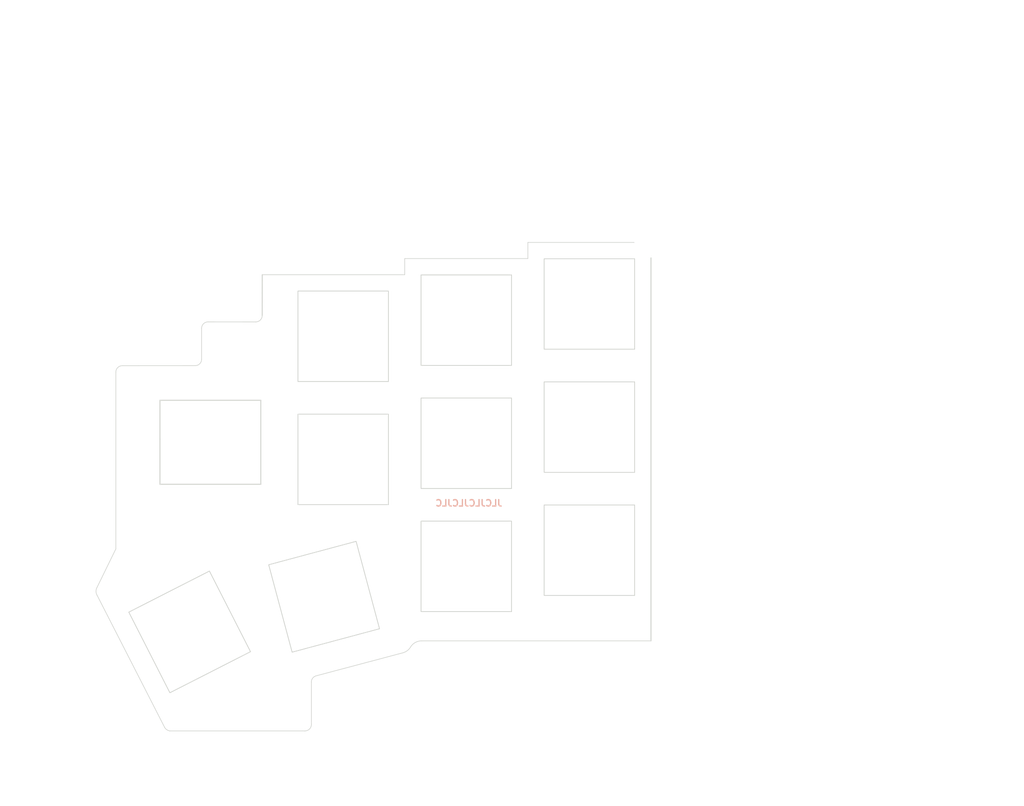
<source format=kicad_pcb>
(kicad_pcb (version 20221018) (generator pcbnew)
  (layers (0 "F.Cu" signal) (31 "B.Cu" signal) (34 "B.Paste" user) (35 "F.Paste" user) (36 "B.SilkS" user "B.Silkscreen") (37 "F.SilkS" user "F.Silkscreen") (38 "B.Mask" user) (39 "F.Mask" user) (44 "Edge.Cuts" user))
  (net 0 "")
  (footprint "SofleLoud:keyswitch_hole" (layer "F.Cu") (at 130.729214 110.824214 180)
    (fp_text reference "SW20" hide)
    (fp_text value "SW_PUSH_LED" hide)
    (fp_rect (start -7 -7) (end 7 7) (stroke (width 0.12)) (fill none) (layer "Edge.Cuts"))
  )
  (footprint "SofleChocLoud:M2_HOLE_PCB_through_hole" (layer "F.Cu") (at 95.209214 124.994214 90)
    (fp_text reference "TH7" hide)
    (fp_text value "HOLE" hide)
    (pad "" np_thru_hole circle (at 0 0 90) (size 4.7 4.7) (drill 4.7) (layers "*.Cu" "*.Mask"))
  )
  (footprint "SofleChocLoud:M2_HOLE_PCB_through_hole" (layer "F.Cu") (at 80.304214 102.634214)
    (fp_text reference "TH1" hide)
    (fp_text value "HOLE" hide)
    (pad "" np_thru_hole circle (at 0 0) (size 4.7 4.7) (drill 4.7) (layers "*.Cu" "*.Mask"))
  )
  (footprint "SofleLoud:keyswitch_hole" (layer "F.Cu") (at 149.779214 127.374214 180)
    (fp_text reference "SW29" hide)
    (fp_text value "SW_PUSH_LED" hide)
    (fp_rect (start -7 -7) (end 7 7) (stroke (width 0.12)) (fill none) (layer "Edge.Cuts"))
  )
  (footprint "SofleLoud:keyswitch_hole" (layer "F.Cu") (at 130.729214 91.774214 180)
    (fp_text reference "SW14" hide)
    (fp_text value "SW_PUSH_LED" hide)
    (fp_rect (start -7 -7) (end 7 7) (stroke (width 0.12)) (fill none) (layer "Edge.Cuts"))
  )
  (footprint "SofleChocLoud:M2_HOLE_PCB_through_hole" (layer "F.Cu") (at 120.659214 103.634214)
    (fp_text reference "TH5" hide)
    (fp_text value "HOLE" hide)
    (pad "" np_thru_hole circle (at 0 0) (size 4.7 4.7) (drill 4.7) (layers "*.Cu" "*.Mask"))
  )
  (footprint "SofleLoud:keyswitch_hole" (layer "F.Cu") (at 87.92496 140.015023 117)
    (fp_text reference "SW26" hide)
    (fp_text value "SW_PUSH_LED" hide)
    (fp_rect (start -7 -7) (end 7 7) (stroke (width 0.12)) (fill none) (layer "Edge.Cuts"))
  )
  (footprint "SofleLoud:keyswitch_hole" (layer "F.Cu") (at 149.779214 108.324214 180)
    (fp_text reference "SW21" hide)
    (fp_text value "SW_PUSH_LED" hide)
    (fp_rect (start -7 -7) (end 7 7) (stroke (width 0.12)) (fill none) (layer "Edge.Cuts"))
  )
  (footprint "SofleLoud:keyswitch_hole" (layer "F.Cu") (at 108.729214 134.574214 -165)
    (fp_text reference "SW27" hide)
    (fp_text value "SW_PUSH_LED" hide)
    (fp_rect (start -7 -7) (end 7 7) (stroke (width 0.12)) (fill none) (layer "Edge.Cuts"))
  )
  (footprint "SofleLoud:RotaryEncoder_hole" (layer "F.Cu") (at 91.129214 110.674214 180)
    (fp_text reference "SW25" hide)
    (fp_text value "Rotary_Encoder_Switch")
    (fp_line (start -7.8 -6.5) (end -7.8 6.5) (stroke (width 0.15)) (layer "Edge.Cuts"))
    (fp_line (start -7.8 6.5) (end 7.8 6.5) (stroke (width 0.15)) (layer "Edge.Cuts"))
    (fp_line (start 7.8 -6.5) (end -7.8 -6.5) (stroke (width 0.15)) (layer "Edge.Cuts"))
    (fp_line (start 7.8 0.5) (end 7.8 -6.5) (stroke (width 0.15)) (layer "Edge.Cuts"))
    (fp_line (start 7.8 6.5) (end 7.8 0.5) (stroke (width 0.15)) (layer "Edge.Cuts"))
  )
  (footprint "SofleChocLoud:M2_HOLE_PCB_through_hole" (layer "F.Cu") (at 94.465267 95.432766)
    (fp_text reference "TH2" hide)
    (fp_text value "HOLE" hide)
    (pad "" np_thru_hole circle (at 0 0) (size 4.7 4.7) (drill 4.7) (layers "*.Cu" "*.Mask"))
  )
  (footprint "SofleLoud:keyswitch_hole" (layer "F.Cu") (at 111.679214 94.274214 180)
    (fp_text reference "SW13" hide)
    (fp_text value "SW_PUSH_LED" hide)
    (fp_rect (start -7 -7) (end 7 7) (stroke (width 0.12)) (fill none) (layer "Edge.Cuts"))
  )
  (footprint "SofleLoud:keyswitch_hole" (layer "F.Cu") (at 149.779214 89.274214 180)
    (fp_text reference "SW15" hide)
    (fp_text value "SW_PUSH_LED" hide)
    (fp_rect (start -7 -7) (end 7 7) (stroke (width 0.12)) (fill none) (layer "Edge.Cuts"))
  )
  (footprint "SofleLoud:keyswitch_hole" (layer "F.Cu") (at 111.679214 113.324214 180)
    (fp_text reference "SW19" hide)
    (fp_text value "SW_PUSH_LED" hide)
    (fp_rect (start -7 -7) (end 7 7) (stroke (width 0.12)) (fill none) (layer "Edge.Cuts"))
  )
  (footprint "SofleChocLoud:M2_HOLE_PCB_through_hole" (layer "F.Cu") (at 159.089214 79.744214)
    (fp_text reference "TH3" hide)
    (fp_text value "HOLE" hide)
    (pad "" np_thru_hole circle (at 0 0) (size 4.7 4.7) (drill 4.7) (layers "*.Cu" "*.Mask"))
  )
  (footprint "SofleLoud:keyswitch_hole" (layer "F.Cu") (at 130.729214 129.874214 180)
    (fp_text reference "SW28" hide)
    (fp_text value "SW_PUSH_LED" hide)
    (fp_rect (start -7 -7) (end 7 7) (stroke (width 0.12)) (fill none) (layer "Edge.Cuts"))
  )
  (gr_arc (start 122.133645 142.313725) (mid 122.855303 141.643703) (end 123.809214 141.399216) (stroke (width 0.1)) (layer "Edge.Cuts"))
  (gr_arc (start 106.759968 147.774214) (mid 106.972346 147.158307) (end 107.519214 146.804215) (stroke (width 0.1)) (layer "Edge.Cuts"))
  (gr_arc (start 89.776326 97.818426) (mid 89.483423 98.525527) (end 88.776321 98.818426) (stroke (width 0.1)) (layer "Edge.Cuts"))
  (gr_arc (start 73.599258 134.334189) (mid 73.438855 133.791693) (end 73.541862 133.235438) (stroke (width 0.1)) (layer "Edge.Cuts"))
  (gr_line (start 140.254214 82.249214) (end 121.204214 82.249214) (stroke (width 0.1)) (layer "Edge.Cuts"))
  (gr_line (start 88.776321 98.818426) (end 77.504214 98.824214) (stroke (width 0.1)) (layer "Edge.Cuts"))
  (gr_arc (start 106.759214 154.334214) (mid 106.466317 155.041317) (end 105.759214 155.334214) (stroke (width 0.1)) (layer "Edge.Cuts"))
  (gr_line (start 123.809214 141.399214) (end 159.304214 141.399214) (stroke (width 0.1)) (layer "Edge.Cuts"))
  (gr_arc (start 99.154207 91.047107) (mid 98.861314 91.754209) (end 98.154214 92.047107) (stroke (width 0.1)) (layer "Edge.Cuts"))
  (gr_line (start 140.254214 82.249214) (end 140.254214 79.749214) (stroke (width 0.1)) (layer "Edge.Cuts"))
  (gr_line (start 99.154214 91.047107) (end 99.159214 84.749214) (stroke (width 0.15)) (layer "Edge.Cuts"))
  (gr_line (start 73.599246 134.334196) (end 84.065742 154.81119) (stroke (width 0.1)) (layer "Edge.Cuts"))
  (gr_line (start 159.304214 79.749214) (end 140.254214 79.749214) (stroke (width 0.1)) (layer "Edge.Cuts"))
  (gr_line (start 90.776321 92.041321) (end 98.154214 92.047107) (stroke (width 0.1)) (layer "Edge.Cuts"))
  (gr_line (start 106.759965 147.774214) (end 106.759214 154.334214) (stroke (width 0.1)) (layer "Edge.Cuts"))
  (gr_arc (start 76.504214 99.824214) (mid 76.797107 99.117107) (end 77.504214 98.824214) (stroke (width 0.1)) (layer "Edge.Cuts"))
  (gr_line (start 121.204214 84.749214) (end 99.159214 84.749214) (stroke (width 0.1)) (layer "Edge.Cuts"))
  (gr_arc (start 89.776321 93.041321) (mid 90.069208 92.334208) (end 90.776321 92.041321) (stroke (width 0.1)) (layer "Edge.Cuts"))
  (gr_line (start 76.504214 127.174214) (end 76.504214 99.824214) (stroke (width 0.1)) (layer "Edge.Cuts"))
  (gr_line (start 107.519214 146.804214) (end 120.914605 143.248938) (stroke (width 0.1)) (layer "Edge.Cuts"))
  (gr_line (start 89.776321 97.818426) (end 89.776321 93.041321) (stroke (width 0.1)) (layer "Edge.Cuts"))
  (gr_line (start 73.541862 133.235438) (end 76.504214 127.174214) (stroke (width 0.1)) (layer "Edge.Cuts"))
  (gr_line (start 159.304214 79.749214) (end 159.304214 141.399214) (stroke (width 0.15)) (layer "Edge.Cuts"))
  (gr_line (start 105.759214 155.334214) (end 84.859214 155.334213) (stroke (width 0.1)) (layer "Edge.Cuts"))
  (gr_arc (start 122.133644 142.313725) (mid 121.617113 142.90254) (end 120.914605 143.248938) (stroke (width 0.1)) (layer "Edge.Cuts"))
  (gr_line (start 121.204214 82.249214) (end 121.204214 84.749214) (stroke (width 0.1)) (layer "Edge.Cuts"))
  (gr_arc (start 84.85921 155.334242) (mid 84.405044 155.159842) (end 84.065743 154.81119) (stroke (width 0.1)) (layer "Edge.Cuts"))
  (gr_text "JLCJLCJLCJLC" (at 131.13 120.67) (layer "B.SilkS") (effects (font (size 1 1) (thickness 0.2) bold) (justify bottom mirror)))
)
</source>
